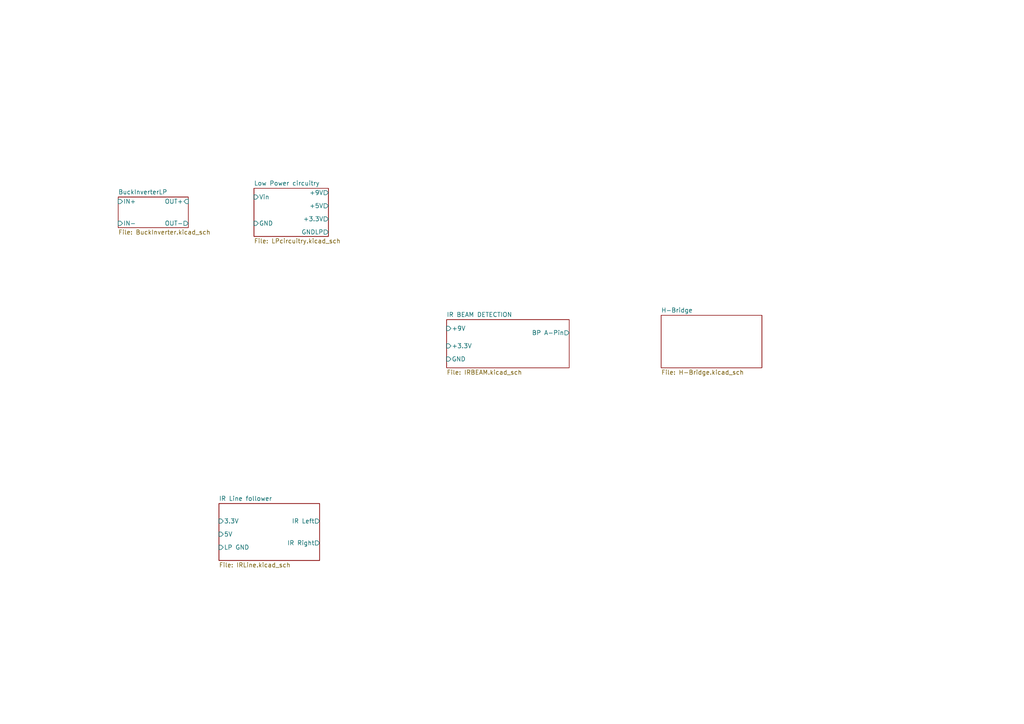
<source format=kicad_sch>
(kicad_sch (version 20230121) (generator eeschema)
  (paper "A4")
  (title_block (title "IR BEAM DETECTION SUBSYSTEM") (date "2023-06-22") (rev "1") (company "ABDEL-RAHMAN AL-FAOURI _TEAM 12 _ ENPH253"))
  (lib_symbols)
  (sheet (at 34.29 57.15) (size 20.32 8.89) (stroke (width 0.1524))
    (property "Sheetname" "BuckInverterLP" (at 34.29 56.4384 0) (effects (justify left bottom)))
    (property "Sheetfile" "BuckInverter.kicad_sch" (at 34.29 66.6246 0) (effects (justify left top)))
    (pin "OUT-" output (at 54.61 64.77 0))
    (pin "IN-" input (at 34.29 64.77 180))
    (pin "IN+" input (at 34.29 58.42 180))
    (pin "OUT+" input (at 54.61 58.42 0))
  )
  (sheet (at 129.54 92.71) (size 35.56 13.97) (stroke (width 0.1524))
    (property "Sheetname" "IR BEAM DETECTION" (at 129.54 91.9984 0) (effects (justify left bottom)))
    (property "Sheetfile" "IRBEAM.kicad_sch" (at 129.54 107.2646 0) (effects (justify left top)))
    (pin "BP A-Pin" output (at 165.1 96.52 0))
    (pin "+9V" input (at 129.54 95.25 180))
    (pin "+3.3V" input (at 129.54 100.33 180))
    (pin "GND" input (at 129.54 104.14 180))
  )
  (sheet (at 191.77 91.44) (size 29.21 15.24) (stroke (width 0.1524))
    (property "Sheetname" "H-Bridge" (at 191.77 90.7284 0) (effects (justify left bottom)))
    (property "Sheetfile" "H-Bridge.kicad_sch" (at 191.77 107.2646 0) (effects (justify left top)))
  )
  (sheet (at 73.66 54.61) (size 21.59 13.97) (stroke (width 0.1524))
    (property "Sheetname" "Low Power circuitry" (at 73.66 53.8984 0) (effects (justify left bottom)))
    (property "Sheetfile" "LPcircuitry.kicad_sch" (at 73.66 69.1646 0) (effects (justify left top)))
    (pin "+3.3V" output (at 95.25 63.5 0))
    (pin "+5V" output (at 95.25 59.69 0))
    (pin "+9V" output (at 95.25 55.88 0))
    (pin "Vin" input (at 73.66 57.15 180))
    (pin "GND" input (at 73.66 64.77 180))
    (pin "GNDLP" output (at 95.25 67.31 0))
  )
  (sheet (at 63.5 146.05) (size 29.21 16.51) (stroke (width 0.1524))
    (property "Sheetname" "IR Line follower" (at 63.5 145.3384 0) (effects (justify left bottom)))
    (property "Sheetfile" "IRLine.kicad_sch" (at 63.5 163.1446 0) (effects (justify left top)))
    (pin "IR Left" output (at 92.71 151.13 0))
    (pin "3.3V" input (at 63.5 151.13 180))
    (pin "5V" input (at 63.5 154.94 180))
    (pin "IR Right" output (at 92.71 157.48 0))
    (pin "LP GND" input (at 63.5 158.75 180))
  )
)
</source>
